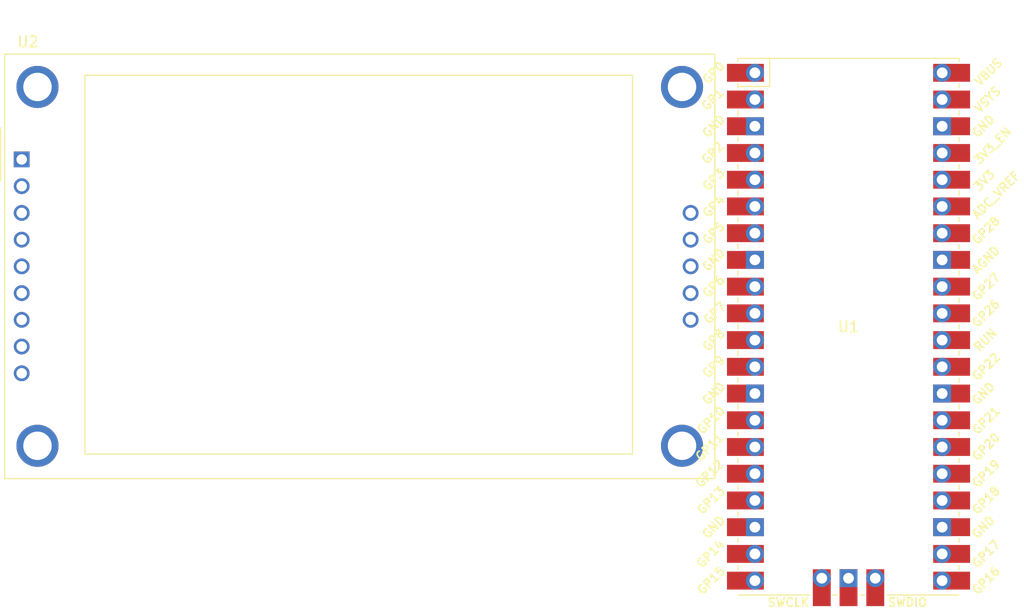
<source format=kicad_pcb>
(kicad_pcb (version 20171130) (host pcbnew 5.1.10)

  (general
    (thickness 1.6)
    (drawings 0)
    (tracks 0)
    (zones 0)
    (modules 2)
    (nets 44)
  )

  (page A4)
  (layers
    (0 F.Cu signal)
    (31 B.Cu signal)
    (32 B.Adhes user)
    (33 F.Adhes user)
    (34 B.Paste user)
    (35 F.Paste user)
    (36 B.SilkS user)
    (37 F.SilkS user)
    (38 B.Mask user)
    (39 F.Mask user)
    (40 Dwgs.User user)
    (41 Cmts.User user)
    (42 Eco1.User user)
    (43 Eco2.User user)
    (44 Edge.Cuts user)
    (45 Margin user)
    (46 B.CrtYd user)
    (47 F.CrtYd user)
    (48 B.Fab user)
    (49 F.Fab user)
  )

  (setup
    (last_trace_width 0.25)
    (trace_clearance 0.2)
    (zone_clearance 0.508)
    (zone_45_only no)
    (trace_min 0.2)
    (via_size 0.8)
    (via_drill 0.4)
    (via_min_size 0.4)
    (via_min_drill 0.3)
    (uvia_size 0.3)
    (uvia_drill 0.1)
    (uvias_allowed no)
    (uvia_min_size 0.2)
    (uvia_min_drill 0.1)
    (edge_width 0.05)
    (segment_width 0.2)
    (pcb_text_width 0.3)
    (pcb_text_size 1.5 1.5)
    (mod_edge_width 0.12)
    (mod_text_size 1 1)
    (mod_text_width 0.15)
    (pad_size 1.524 1.524)
    (pad_drill 0.762)
    (pad_to_mask_clearance 0)
    (aux_axis_origin 0 0)
    (visible_elements FFFFFF7F)
    (pcbplotparams
      (layerselection 0x010fc_ffffffff)
      (usegerberextensions false)
      (usegerberattributes true)
      (usegerberadvancedattributes true)
      (creategerberjobfile true)
      (excludeedgelayer true)
      (linewidth 0.100000)
      (plotframeref false)
      (viasonmask false)
      (mode 1)
      (useauxorigin false)
      (hpglpennumber 1)
      (hpglpenspeed 20)
      (hpglpendiameter 15.000000)
      (psnegative false)
      (psa4output false)
      (plotreference true)
      (plotvalue true)
      (plotinvisibletext false)
      (padsonsilk false)
      (subtractmaskfromsilk false)
      (outputformat 1)
      (mirror false)
      (drillshape 1)
      (scaleselection 1)
      (outputdirectory ""))
  )

  (net 0 "")
  (net 1 GND)
  (net 2 "Net-(U1-Pad43)")
  (net 3 "Net-(U1-Pad42)")
  (net 4 "Net-(U1-Pad41)")
  (net 5 "Net-(U1-Pad21)")
  (net 6 "Net-(U1-Pad26)")
  (net 7 "Net-(U1-Pad27)")
  (net 8 "Net-(U1-Pad28)")
  (net 9 "Net-(U1-Pad29)")
  (net 10 "Net-(U1-Pad30)")
  (net 11 "Net-(U1-Pad31)")
  (net 12 "Net-(U1-Pad32)")
  (net 13 "Net-(U1-Pad33)")
  (net 14 "Net-(U1-Pad34)")
  (net 15 "Net-(U1-Pad35)")
  (net 16 +3V3)
  (net 17 "Net-(U1-Pad37)")
  (net 18 "Net-(U1-Pad38)")
  (net 19 "Net-(U1-Pad39)")
  (net 20 "Net-(U1-Pad40)")
  (net 21 "Net-(U1-Pad18)")
  (net 22 "Net-(U1-Pad13)")
  (net 23 "Net-(U1-Pad10)")
  (net 24 "Net-(U1-Pad9)")
  (net 25 "Net-(U1-Pad8)")
  (net 26 "Net-(U1-Pad2)")
  (net 27 "Net-(U1-Pad1)")
  (net 28 /tft_led)
  (net 29 /tft_dc)
  (net 30 /tft_cs)
  (net 31 /spi1_miso)
  (net 32 /spi1_mosi)
  (net 33 /spi1_sck)
  (net 34 /touch_cs)
  (net 35 /touch_irq)
  (net 36 /sd_cs)
  (net 37 /spi0_miso)
  (net 38 /spi0_mosi)
  (net 39 /spi0_sck)
  (net 40 "Net-(U1-Pad3)")
  (net 41 "Net-(U1-Pad22)")
  (net 42 "Net-(U1-Pad24)")
  (net 43 "Net-(U1-Pad25)")

  (net_class Default "This is the default net class."
    (clearance 0.2)
    (trace_width 0.25)
    (via_dia 0.8)
    (via_drill 0.4)
    (uvia_dia 0.3)
    (uvia_drill 0.1)
    (add_net +3V3)
    (add_net /sd_cs)
    (add_net /spi0_miso)
    (add_net /spi0_mosi)
    (add_net /spi0_sck)
    (add_net /spi1_miso)
    (add_net /spi1_mosi)
    (add_net /spi1_sck)
    (add_net /tft_cs)
    (add_net /tft_dc)
    (add_net /tft_led)
    (add_net /touch_cs)
    (add_net /touch_irq)
    (add_net GND)
    (add_net "Net-(U1-Pad1)")
    (add_net "Net-(U1-Pad10)")
    (add_net "Net-(U1-Pad13)")
    (add_net "Net-(U1-Pad18)")
    (add_net "Net-(U1-Pad2)")
    (add_net "Net-(U1-Pad21)")
    (add_net "Net-(U1-Pad22)")
    (add_net "Net-(U1-Pad24)")
    (add_net "Net-(U1-Pad25)")
    (add_net "Net-(U1-Pad26)")
    (add_net "Net-(U1-Pad27)")
    (add_net "Net-(U1-Pad28)")
    (add_net "Net-(U1-Pad29)")
    (add_net "Net-(U1-Pad3)")
    (add_net "Net-(U1-Pad30)")
    (add_net "Net-(U1-Pad31)")
    (add_net "Net-(U1-Pad32)")
    (add_net "Net-(U1-Pad33)")
    (add_net "Net-(U1-Pad34)")
    (add_net "Net-(U1-Pad35)")
    (add_net "Net-(U1-Pad37)")
    (add_net "Net-(U1-Pad38)")
    (add_net "Net-(U1-Pad39)")
    (add_net "Net-(U1-Pad40)")
    (add_net "Net-(U1-Pad41)")
    (add_net "Net-(U1-Pad42)")
    (add_net "Net-(U1-Pad43)")
    (add_net "Net-(U1-Pad8)")
    (add_net "Net-(U1-Pad9)")
  )

  (module Display:CR2013-MI2120 (layer F.Cu) (tedit 5A02FE80) (tstamp 61C3FEE1)
    (at 91.670001 83.165)
    (descr "CR2013-MI2120 ILI9341 LCD Breakout http://pan.baidu.com/s/11Y990")
    (tags "CR2013-MI2120 ILI9341 LCD Breakout")
    (path /61C087BC)
    (fp_text reference U2 (at 0.59 -11.18) (layer F.SilkS)
      (effects (font (size 1 1) (thickness 0.15)))
    )
    (fp_text value "ILI9341 Breakout" (at 4.66 31.47) (layer F.Fab)
      (effects (font (size 1 1) (thickness 0.15)))
    )
    (fp_text user %R (at 31.58 9.55) (layer F.Fab)
      (effects (font (size 1 1) (thickness 0.15)))
    )
    (fp_line (start 6 -8) (end 58 -8) (layer F.SilkS) (width 0.12))
    (fp_line (start 58 -8) (end 58 28) (layer F.SilkS) (width 0.12))
    (fp_line (start 58 28) (end 6 28) (layer F.SilkS) (width 0.12))
    (fp_line (start 6 28) (end 6 -8) (layer F.SilkS) (width 0.12))
    (fp_line (start -1.5 1) (end -0.5 0) (layer F.Fab) (width 0.1))
    (fp_line (start -0.5 0) (end -1.5 -1) (layer F.Fab) (width 0.1))
    (fp_line (start -1.5 -1) (end -1.5 -9.89) (layer F.Fab) (width 0.1))
    (fp_line (start -2 -3) (end -2 2) (layer F.SilkS) (width 0.12))
    (fp_line (start -1.75 -10.14) (end 65.95 -10.14) (layer F.CrtYd) (width 0.05))
    (fp_line (start 65.95 -10.14) (end 65.95 30.46) (layer F.CrtYd) (width 0.05))
    (fp_line (start 65.95 30.46) (end -1.75 30.46) (layer F.CrtYd) (width 0.05))
    (fp_line (start -1.75 30.46) (end -1.75 -10.14) (layer F.CrtYd) (width 0.05))
    (fp_line (start -1.62 -10.01) (end 65.82 -10.01) (layer F.SilkS) (width 0.12))
    (fp_line (start 65.82 -10.01) (end 65.82 30.33) (layer F.SilkS) (width 0.12))
    (fp_line (start 65.82 30.33) (end -1.62 30.33) (layer F.SilkS) (width 0.12))
    (fp_line (start -1.62 30.33) (end -1.62 -10.01) (layer F.SilkS) (width 0.12))
    (fp_line (start -1.5 -9.89) (end 65.7 -9.89) (layer F.Fab) (width 0.1))
    (fp_line (start 65.7 -9.89) (end 65.7 30.21) (layer F.Fab) (width 0.1))
    (fp_line (start 65.7 30.21) (end -1.5 30.21) (layer F.Fab) (width 0.1))
    (fp_line (start -1.5 30.21) (end -1.5 1) (layer F.Fab) (width 0.1))
    (pad "" thru_hole circle (at 1.5 27.21) (size 4 4) (drill 2.7) (layers *.Cu *.Mask))
    (pad "" thru_hole circle (at 62.7 27.21) (size 4 4) (drill 2.7) (layers *.Cu *.Mask))
    (pad "" thru_hole circle (at 62.7 -6.89) (size 4 4) (drill 2.7) (layers *.Cu *.Mask))
    (pad "" thru_hole circle (at 1.5 -6.89) (size 4 4) (drill 2.7) (layers *.Cu *.Mask))
    (pad 14 thru_hole circle (at 63.52 15.24) (size 1.5 1.5) (drill 1) (layers *.Cu *.Mask)
      (net 35 /touch_irq))
    (pad 13 thru_hole circle (at 63.52 12.7) (size 1.5 1.5) (drill 1) (layers *.Cu *.Mask)
      (net 37 /spi0_miso))
    (pad 12 thru_hole circle (at 63.52 10.16) (size 1.5 1.5) (drill 1) (layers *.Cu *.Mask)
      (net 38 /spi0_mosi))
    (pad 11 thru_hole circle (at 63.52 7.62) (size 1.5 1.5) (drill 1) (layers *.Cu *.Mask)
      (net 34 /touch_cs))
    (pad 10 thru_hole circle (at 63.52 5.08) (size 1.5 1.5) (drill 1) (layers *.Cu *.Mask)
      (net 39 /spi0_sck))
    (pad 9 thru_hole circle (at 0 20.32) (size 1.5 1.5) (drill 1) (layers *.Cu *.Mask)
      (net 31 /spi1_miso))
    (pad 8 thru_hole circle (at 0 17.78) (size 1.5 1.5) (drill 1) (layers *.Cu *.Mask)
      (net 28 /tft_led))
    (pad 7 thru_hole circle (at 0 15.24) (size 1.5 1.5) (drill 1) (layers *.Cu *.Mask)
      (net 33 /spi1_sck))
    (pad 6 thru_hole circle (at 0 12.7) (size 1.5 1.5) (drill 1) (layers *.Cu *.Mask)
      (net 32 /spi1_mosi))
    (pad 5 thru_hole circle (at 0 10.16) (size 1.5 1.5) (drill 1) (layers *.Cu *.Mask)
      (net 29 /tft_dc))
    (pad 4 thru_hole circle (at 0 7.62) (size 1.5 1.5) (drill 1) (layers *.Cu *.Mask)
      (net 10 "Net-(U1-Pad30)"))
    (pad 3 thru_hole circle (at 0 5.08) (size 1.5 1.5) (drill 1) (layers *.Cu *.Mask)
      (net 30 /tft_cs))
    (pad 2 thru_hole circle (at 0 2.54) (size 1.5 1.5) (drill 1) (layers *.Cu *.Mask)
      (net 1 GND))
    (pad 1 thru_hole rect (at 0 0) (size 1.5 1.5) (drill 1) (layers *.Cu *.Mask)
      (net 16 +3V3))
    (model ${KISYS3DMOD}/Display.3dshapes/CR2013-MI2120.wrl
      (at (xyz 0 0 0))
      (scale (xyz 1 1 1))
      (rotate (xyz 0 0 0))
    )
  )

  (module RPi_Pico:RPi_Pico_SMD_TH (layer F.Cu) (tedit 61C05E40) (tstamp 61C3FEB6)
    (at 170.18 99.06)
    (descr "Through hole straight pin header, 2x20, 2.54mm pitch, double rows")
    (tags "Through hole pin header THT 2x20 2.54mm double row")
    (path /61C06024)
    (fp_text reference U1 (at 0 0) (layer F.SilkS)
      (effects (font (size 1 1) (thickness 0.15)))
    )
    (fp_text value Pico (at 0 2.159) (layer F.Fab)
      (effects (font (size 1 1) (thickness 0.15)))
    )
    (fp_text user "Copper Keepouts shown on Dwgs layer" (at 0.1 -30.2) (layer Cmts.User)
      (effects (font (size 1 1) (thickness 0.15)))
    )
    (fp_text user SWDIO (at 5.6 26.2) (layer F.SilkS)
      (effects (font (size 0.8 0.8) (thickness 0.15)))
    )
    (fp_text user SWCLK (at -5.7 26.2) (layer F.SilkS)
      (effects (font (size 0.8 0.8) (thickness 0.15)))
    )
    (fp_text user AGND (at 13.054 -6.35 45) (layer F.SilkS)
      (effects (font (size 0.8 0.8) (thickness 0.15)))
    )
    (fp_text user GND (at 12.8 -19.05 45) (layer F.SilkS)
      (effects (font (size 0.8 0.8) (thickness 0.15)))
    )
    (fp_text user GND (at 12.8 6.35 45) (layer F.SilkS)
      (effects (font (size 0.8 0.8) (thickness 0.15)))
    )
    (fp_text user GND (at 12.8 19.05 45) (layer F.SilkS)
      (effects (font (size 0.8 0.8) (thickness 0.15)))
    )
    (fp_text user GND (at -12.8 19.05 45) (layer F.SilkS)
      (effects (font (size 0.8 0.8) (thickness 0.15)))
    )
    (fp_text user GND (at -12.8 6.35 45) (layer F.SilkS)
      (effects (font (size 0.8 0.8) (thickness 0.15)))
    )
    (fp_text user GND (at -12.8 -6.35 45) (layer F.SilkS)
      (effects (font (size 0.8 0.8) (thickness 0.15)))
    )
    (fp_text user GND (at -12.8 -19.05 45) (layer F.SilkS)
      (effects (font (size 0.8 0.8) (thickness 0.15)))
    )
    (fp_text user VBUS (at 13.3 -24.2 45) (layer F.SilkS)
      (effects (font (size 0.8 0.8) (thickness 0.15)))
    )
    (fp_text user VSYS (at 13.2 -21.59 45) (layer F.SilkS)
      (effects (font (size 0.8 0.8) (thickness 0.15)))
    )
    (fp_text user 3V3_EN (at 13.7 -17.2 45) (layer F.SilkS)
      (effects (font (size 0.8 0.8) (thickness 0.15)))
    )
    (fp_text user 3V3 (at 12.9 -13.9 45) (layer F.SilkS)
      (effects (font (size 0.8 0.8) (thickness 0.15)))
    )
    (fp_text user ADC_VREF (at 14 -12.5 45) (layer F.SilkS)
      (effects (font (size 0.8 0.8) (thickness 0.15)))
    )
    (fp_text user GP28 (at 13.054 -9.144 45) (layer F.SilkS)
      (effects (font (size 0.8 0.8) (thickness 0.15)))
    )
    (fp_text user GP27 (at 13.054 -3.8 45) (layer F.SilkS)
      (effects (font (size 0.8 0.8) (thickness 0.15)))
    )
    (fp_text user GP26 (at 13.054 -1.27 45) (layer F.SilkS)
      (effects (font (size 0.8 0.8) (thickness 0.15)))
    )
    (fp_text user RUN (at 13 1.27 45) (layer F.SilkS)
      (effects (font (size 0.8 0.8) (thickness 0.15)))
    )
    (fp_text user GP22 (at 13.054 3.81 45) (layer F.SilkS)
      (effects (font (size 0.8 0.8) (thickness 0.15)))
    )
    (fp_text user GP21 (at 13.054 8.9 45) (layer F.SilkS)
      (effects (font (size 0.8 0.8) (thickness 0.15)))
    )
    (fp_text user GP20 (at 13.054 11.43 45) (layer F.SilkS)
      (effects (font (size 0.8 0.8) (thickness 0.15)))
    )
    (fp_text user GP19 (at 13.054 13.97 45) (layer F.SilkS)
      (effects (font (size 0.8 0.8) (thickness 0.15)))
    )
    (fp_text user GP18 (at 13.054 16.51 45) (layer F.SilkS)
      (effects (font (size 0.8 0.8) (thickness 0.15)))
    )
    (fp_text user GP17 (at 13.054 21.59 45) (layer F.SilkS)
      (effects (font (size 0.8 0.8) (thickness 0.15)))
    )
    (fp_text user GP16 (at 13.054 24.13 45) (layer F.SilkS)
      (effects (font (size 0.8 0.8) (thickness 0.15)))
    )
    (fp_text user GP15 (at -13.054 24.13 45) (layer F.SilkS)
      (effects (font (size 0.8 0.8) (thickness 0.15)))
    )
    (fp_text user GP14 (at -13.1 21.59 45) (layer F.SilkS)
      (effects (font (size 0.8 0.8) (thickness 0.15)))
    )
    (fp_text user GP13 (at -13.054 16.51 45) (layer F.SilkS)
      (effects (font (size 0.8 0.8) (thickness 0.15)))
    )
    (fp_text user GP12 (at -13.2 13.97 45) (layer F.SilkS)
      (effects (font (size 0.8 0.8) (thickness 0.15)))
    )
    (fp_text user GP11 (at -13.2 11.43 45) (layer F.SilkS)
      (effects (font (size 0.8 0.8) (thickness 0.15)))
    )
    (fp_text user GP10 (at -13.054 8.89 45) (layer F.SilkS)
      (effects (font (size 0.8 0.8) (thickness 0.15)))
    )
    (fp_text user GP9 (at -12.8 3.81 45) (layer F.SilkS)
      (effects (font (size 0.8 0.8) (thickness 0.15)))
    )
    (fp_text user GP8 (at -12.8 1.27 45) (layer F.SilkS)
      (effects (font (size 0.8 0.8) (thickness 0.15)))
    )
    (fp_text user GP7 (at -12.7 -1.3 45) (layer F.SilkS)
      (effects (font (size 0.8 0.8) (thickness 0.15)))
    )
    (fp_text user GP6 (at -12.8 -3.81 45) (layer F.SilkS)
      (effects (font (size 0.8 0.8) (thickness 0.15)))
    )
    (fp_text user GP5 (at -12.8 -8.89 45) (layer F.SilkS)
      (effects (font (size 0.8 0.8) (thickness 0.15)))
    )
    (fp_text user GP4 (at -12.8 -11.43 45) (layer F.SilkS)
      (effects (font (size 0.8 0.8) (thickness 0.15)))
    )
    (fp_text user GP3 (at -12.8 -13.97 45) (layer F.SilkS)
      (effects (font (size 0.8 0.8) (thickness 0.15)))
    )
    (fp_text user GP0 (at -12.8 -24.13 45) (layer F.SilkS)
      (effects (font (size 0.8 0.8) (thickness 0.15)))
    )
    (fp_text user GP2 (at -12.9 -16.51 45) (layer F.SilkS)
      (effects (font (size 0.8 0.8) (thickness 0.15)))
    )
    (fp_text user GP1 (at -12.9 -21.6 45) (layer F.SilkS)
      (effects (font (size 0.8 0.8) (thickness 0.15)))
    )
    (fp_text user %R (at 0 0 180) (layer F.Fab)
      (effects (font (size 1 1) (thickness 0.15)))
    )
    (fp_poly (pts (xy 3.7 -20.2) (xy -3.7 -20.2) (xy -3.7 -24.9) (xy 3.7 -24.9)) (layer Dwgs.User) (width 0.1))
    (fp_poly (pts (xy -1.5 -11.5) (xy -3.5 -11.5) (xy -3.5 -13.5) (xy -1.5 -13.5)) (layer Dwgs.User) (width 0.1))
    (fp_poly (pts (xy -1.5 -14) (xy -3.5 -14) (xy -3.5 -16) (xy -1.5 -16)) (layer Dwgs.User) (width 0.1))
    (fp_poly (pts (xy -1.5 -16.5) (xy -3.5 -16.5) (xy -3.5 -18.5) (xy -1.5 -18.5)) (layer Dwgs.User) (width 0.1))
    (fp_line (start -10.5 -25.5) (end 10.5 -25.5) (layer F.Fab) (width 0.12))
    (fp_line (start 10.5 -25.5) (end 10.5 25.5) (layer F.Fab) (width 0.12))
    (fp_line (start 10.5 25.5) (end -10.5 25.5) (layer F.Fab) (width 0.12))
    (fp_line (start -10.5 25.5) (end -10.5 -25.5) (layer F.Fab) (width 0.12))
    (fp_line (start -10.5 -24.2) (end -9.2 -25.5) (layer F.Fab) (width 0.12))
    (fp_line (start -11 -26) (end 11 -26) (layer F.CrtYd) (width 0.12))
    (fp_line (start 11 -26) (end 11 26) (layer F.CrtYd) (width 0.12))
    (fp_line (start 11 26) (end -11 26) (layer F.CrtYd) (width 0.12))
    (fp_line (start -11 26) (end -11 -26) (layer F.CrtYd) (width 0.12))
    (fp_line (start -10.5 -25.5) (end 10.5 -25.5) (layer F.SilkS) (width 0.12))
    (fp_line (start -3.7 25.5) (end -10.5 25.5) (layer F.SilkS) (width 0.12))
    (fp_line (start -10.5 -22.833) (end -7.493 -22.833) (layer F.SilkS) (width 0.12))
    (fp_line (start -7.493 -22.833) (end -7.493 -25.5) (layer F.SilkS) (width 0.12))
    (fp_line (start -10.5 -25.5) (end -10.5 -25.2) (layer F.SilkS) (width 0.12))
    (fp_line (start -10.5 -23.1) (end -10.5 -22.7) (layer F.SilkS) (width 0.12))
    (fp_line (start -10.5 -20.5) (end -10.5 -20.1) (layer F.SilkS) (width 0.12))
    (fp_line (start -10.5 -18) (end -10.5 -17.6) (layer F.SilkS) (width 0.12))
    (fp_line (start -10.5 -15.4) (end -10.5 -15) (layer F.SilkS) (width 0.12))
    (fp_line (start -10.5 -12.9) (end -10.5 -12.5) (layer F.SilkS) (width 0.12))
    (fp_line (start -10.5 -10.4) (end -10.5 -10) (layer F.SilkS) (width 0.12))
    (fp_line (start -10.5 -7.8) (end -10.5 -7.4) (layer F.SilkS) (width 0.12))
    (fp_line (start -10.5 -5.3) (end -10.5 -4.9) (layer F.SilkS) (width 0.12))
    (fp_line (start -10.5 -2.7) (end -10.5 -2.3) (layer F.SilkS) (width 0.12))
    (fp_line (start -10.5 -0.2) (end -10.5 0.2) (layer F.SilkS) (width 0.12))
    (fp_line (start -10.5 2.3) (end -10.5 2.7) (layer F.SilkS) (width 0.12))
    (fp_line (start -10.5 4.9) (end -10.5 5.3) (layer F.SilkS) (width 0.12))
    (fp_line (start -10.5 7.4) (end -10.5 7.8) (layer F.SilkS) (width 0.12))
    (fp_line (start -10.5 10) (end -10.5 10.4) (layer F.SilkS) (width 0.12))
    (fp_line (start -10.5 12.5) (end -10.5 12.9) (layer F.SilkS) (width 0.12))
    (fp_line (start -10.5 15.1) (end -10.5 15.5) (layer F.SilkS) (width 0.12))
    (fp_line (start -10.5 17.6) (end -10.5 18) (layer F.SilkS) (width 0.12))
    (fp_line (start -10.5 20.1) (end -10.5 20.5) (layer F.SilkS) (width 0.12))
    (fp_line (start -10.5 22.7) (end -10.5 23.1) (layer F.SilkS) (width 0.12))
    (fp_line (start 10.5 -10.4) (end 10.5 -10) (layer F.SilkS) (width 0.12))
    (fp_line (start 10.5 -5.3) (end 10.5 -4.9) (layer F.SilkS) (width 0.12))
    (fp_line (start 10.5 2.3) (end 10.5 2.7) (layer F.SilkS) (width 0.12))
    (fp_line (start 10.5 10) (end 10.5 10.4) (layer F.SilkS) (width 0.12))
    (fp_line (start 10.5 -20.5) (end 10.5 -20.1) (layer F.SilkS) (width 0.12))
    (fp_line (start 10.5 -23.1) (end 10.5 -22.7) (layer F.SilkS) (width 0.12))
    (fp_line (start 10.5 -15.4) (end 10.5 -15) (layer F.SilkS) (width 0.12))
    (fp_line (start 10.5 17.6) (end 10.5 18) (layer F.SilkS) (width 0.12))
    (fp_line (start 10.5 22.7) (end 10.5 23.1) (layer F.SilkS) (width 0.12))
    (fp_line (start 10.5 20.1) (end 10.5 20.5) (layer F.SilkS) (width 0.12))
    (fp_line (start 10.5 4.9) (end 10.5 5.3) (layer F.SilkS) (width 0.12))
    (fp_line (start 10.5 -0.2) (end 10.5 0.2) (layer F.SilkS) (width 0.12))
    (fp_line (start 10.5 -12.9) (end 10.5 -12.5) (layer F.SilkS) (width 0.12))
    (fp_line (start 10.5 -7.8) (end 10.5 -7.4) (layer F.SilkS) (width 0.12))
    (fp_line (start 10.5 12.5) (end 10.5 12.9) (layer F.SilkS) (width 0.12))
    (fp_line (start 10.5 -2.7) (end 10.5 -2.3) (layer F.SilkS) (width 0.12))
    (fp_line (start 10.5 -25.5) (end 10.5 -25.2) (layer F.SilkS) (width 0.12))
    (fp_line (start 10.5 -18) (end 10.5 -17.6) (layer F.SilkS) (width 0.12))
    (fp_line (start 10.5 7.4) (end 10.5 7.8) (layer F.SilkS) (width 0.12))
    (fp_line (start 10.5 15.1) (end 10.5 15.5) (layer F.SilkS) (width 0.12))
    (fp_line (start 10.5 25.5) (end 3.7 25.5) (layer F.SilkS) (width 0.12))
    (fp_line (start -1.5 25.5) (end -1.1 25.5) (layer F.SilkS) (width 0.12))
    (fp_line (start 1.1 25.5) (end 1.5 25.5) (layer F.SilkS) (width 0.12))
    (pad 43 thru_hole oval (at 2.54 23.9) (size 1.7 1.7) (drill 1.02) (layers *.Cu *.Mask)
      (net 2 "Net-(U1-Pad43)"))
    (pad 43 smd rect (at 2.54 23.9 90) (size 3.5 1.7) (drill (offset -0.9 0)) (layers F.Cu F.Mask)
      (net 2 "Net-(U1-Pad43)"))
    (pad 42 thru_hole rect (at 0 23.9) (size 1.7 1.7) (drill 1.02) (layers *.Cu *.Mask)
      (net 3 "Net-(U1-Pad42)"))
    (pad 42 smd rect (at 0 23.9 90) (size 3.5 1.7) (drill (offset -0.9 0)) (layers F.Cu F.Mask)
      (net 3 "Net-(U1-Pad42)"))
    (pad 41 thru_hole oval (at -2.54 23.9) (size 1.7 1.7) (drill 1.02) (layers *.Cu *.Mask)
      (net 4 "Net-(U1-Pad41)"))
    (pad 41 smd rect (at -2.54 23.9 90) (size 3.5 1.7) (drill (offset -0.9 0)) (layers F.Cu F.Mask)
      (net 4 "Net-(U1-Pad41)"))
    (pad "" np_thru_hole oval (at 2.425 -20.97) (size 1.5 1.5) (drill 1.5) (layers *.Cu *.Mask))
    (pad "" np_thru_hole oval (at -2.425 -20.97) (size 1.5 1.5) (drill 1.5) (layers *.Cu *.Mask))
    (pad "" np_thru_hole oval (at 2.725 -24) (size 1.8 1.8) (drill 1.8) (layers *.Cu *.Mask))
    (pad "" np_thru_hole oval (at -2.725 -24) (size 1.8 1.8) (drill 1.8) (layers *.Cu *.Mask))
    (pad 21 smd rect (at 8.89 24.13) (size 3.5 1.7) (drill (offset 0.9 0)) (layers F.Cu F.Mask)
      (net 5 "Net-(U1-Pad21)"))
    (pad 22 smd rect (at 8.89 21.59) (size 3.5 1.7) (drill (offset 0.9 0)) (layers F.Cu F.Mask)
      (net 41 "Net-(U1-Pad22)"))
    (pad 23 smd rect (at 8.89 19.05) (size 3.5 1.7) (drill (offset 0.9 0)) (layers F.Cu F.Mask)
      (net 1 GND))
    (pad 24 smd rect (at 8.89 16.51) (size 3.5 1.7) (drill (offset 0.9 0)) (layers F.Cu F.Mask)
      (net 42 "Net-(U1-Pad24)"))
    (pad 25 smd rect (at 8.89 13.97) (size 3.5 1.7) (drill (offset 0.9 0)) (layers F.Cu F.Mask)
      (net 43 "Net-(U1-Pad25)"))
    (pad 26 smd rect (at 8.89 11.43) (size 3.5 1.7) (drill (offset 0.9 0)) (layers F.Cu F.Mask)
      (net 6 "Net-(U1-Pad26)"))
    (pad 27 smd rect (at 8.89 8.89) (size 3.5 1.7) (drill (offset 0.9 0)) (layers F.Cu F.Mask)
      (net 7 "Net-(U1-Pad27)"))
    (pad 28 smd rect (at 8.89 6.35) (size 3.5 1.7) (drill (offset 0.9 0)) (layers F.Cu F.Mask)
      (net 8 "Net-(U1-Pad28)"))
    (pad 29 smd rect (at 8.89 3.81) (size 3.5 1.7) (drill (offset 0.9 0)) (layers F.Cu F.Mask)
      (net 9 "Net-(U1-Pad29)"))
    (pad 30 smd rect (at 8.89 1.27) (size 3.5 1.7) (drill (offset 0.9 0)) (layers F.Cu F.Mask)
      (net 10 "Net-(U1-Pad30)"))
    (pad 31 smd rect (at 8.89 -1.27) (size 3.5 1.7) (drill (offset 0.9 0)) (layers F.Cu F.Mask)
      (net 11 "Net-(U1-Pad31)"))
    (pad 32 smd rect (at 8.89 -3.81) (size 3.5 1.7) (drill (offset 0.9 0)) (layers F.Cu F.Mask)
      (net 12 "Net-(U1-Pad32)"))
    (pad 33 smd rect (at 8.89 -6.35) (size 3.5 1.7) (drill (offset 0.9 0)) (layers F.Cu F.Mask)
      (net 13 "Net-(U1-Pad33)"))
    (pad 34 smd rect (at 8.89 -8.89) (size 3.5 1.7) (drill (offset 0.9 0)) (layers F.Cu F.Mask)
      (net 14 "Net-(U1-Pad34)"))
    (pad 35 smd rect (at 8.89 -11.43) (size 3.5 1.7) (drill (offset 0.9 0)) (layers F.Cu F.Mask)
      (net 15 "Net-(U1-Pad35)"))
    (pad 36 smd rect (at 8.89 -13.97) (size 3.5 1.7) (drill (offset 0.9 0)) (layers F.Cu F.Mask)
      (net 16 +3V3))
    (pad 37 smd rect (at 8.89 -16.51) (size 3.5 1.7) (drill (offset 0.9 0)) (layers F.Cu F.Mask)
      (net 17 "Net-(U1-Pad37)"))
    (pad 38 smd rect (at 8.89 -19.05) (size 3.5 1.7) (drill (offset 0.9 0)) (layers F.Cu F.Mask)
      (net 18 "Net-(U1-Pad38)"))
    (pad 39 smd rect (at 8.89 -21.59) (size 3.5 1.7) (drill (offset 0.9 0)) (layers F.Cu F.Mask)
      (net 19 "Net-(U1-Pad39)"))
    (pad 40 smd rect (at 8.89 -24.13) (size 3.5 1.7) (drill (offset 0.9 0)) (layers F.Cu F.Mask)
      (net 20 "Net-(U1-Pad40)"))
    (pad 20 smd rect (at -8.89 24.13) (size 3.5 1.7) (drill (offset -0.9 0)) (layers F.Cu F.Mask)
      (net 28 /tft_led))
    (pad 19 smd rect (at -8.89 21.59) (size 3.5 1.7) (drill (offset -0.9 0)) (layers F.Cu F.Mask)
      (net 29 /tft_dc))
    (pad 18 smd rect (at -8.89 19.05) (size 3.5 1.7) (drill (offset -0.9 0)) (layers F.Cu F.Mask)
      (net 21 "Net-(U1-Pad18)"))
    (pad 17 smd rect (at -8.89 16.51) (size 3.5 1.7) (drill (offset -0.9 0)) (layers F.Cu F.Mask)
      (net 30 /tft_cs))
    (pad 16 smd rect (at -8.89 13.97) (size 3.5 1.7) (drill (offset -0.9 0)) (layers F.Cu F.Mask)
      (net 31 /spi1_miso))
    (pad 15 smd rect (at -8.89 11.43) (size 3.5 1.7) (drill (offset -0.9 0)) (layers F.Cu F.Mask)
      (net 32 /spi1_mosi))
    (pad 14 smd rect (at -8.89 8.89) (size 3.5 1.7) (drill (offset -0.9 0)) (layers F.Cu F.Mask)
      (net 33 /spi1_sck))
    (pad 13 smd rect (at -8.89 6.35) (size 3.5 1.7) (drill (offset -0.9 0)) (layers F.Cu F.Mask)
      (net 22 "Net-(U1-Pad13)"))
    (pad 12 smd rect (at -8.89 3.81) (size 3.5 1.7) (drill (offset -0.9 0)) (layers F.Cu F.Mask)
      (net 34 /touch_cs))
    (pad 11 smd rect (at -8.89 1.27) (size 3.5 1.7) (drill (offset -0.9 0)) (layers F.Cu F.Mask)
      (net 35 /touch_irq))
    (pad 10 smd rect (at -8.89 -1.27) (size 3.5 1.7) (drill (offset -0.9 0)) (layers F.Cu F.Mask)
      (net 23 "Net-(U1-Pad10)"))
    (pad 9 smd rect (at -8.89 -3.81) (size 3.5 1.7) (drill (offset -0.9 0)) (layers F.Cu F.Mask)
      (net 24 "Net-(U1-Pad9)"))
    (pad 8 smd rect (at -8.89 -6.35) (size 3.5 1.7) (drill (offset -0.9 0)) (layers F.Cu F.Mask)
      (net 25 "Net-(U1-Pad8)"))
    (pad 7 smd rect (at -8.89 -8.89) (size 3.5 1.7) (drill (offset -0.9 0)) (layers F.Cu F.Mask)
      (net 36 /sd_cs))
    (pad 6 smd rect (at -8.89 -11.43) (size 3.5 1.7) (drill (offset -0.9 0)) (layers F.Cu F.Mask)
      (net 37 /spi0_miso))
    (pad 5 smd rect (at -8.89 -13.97) (size 3.5 1.7) (drill (offset -0.9 0)) (layers F.Cu F.Mask)
      (net 38 /spi0_mosi))
    (pad 4 smd rect (at -8.89 -16.51) (size 3.5 1.7) (drill (offset -0.9 0)) (layers F.Cu F.Mask)
      (net 39 /spi0_sck))
    (pad 3 smd rect (at -8.89 -19.05) (size 3.5 1.7) (drill (offset -0.9 0)) (layers F.Cu F.Mask)
      (net 40 "Net-(U1-Pad3)"))
    (pad 2 smd rect (at -8.89 -21.59) (size 3.5 1.7) (drill (offset -0.9 0)) (layers F.Cu F.Mask)
      (net 26 "Net-(U1-Pad2)"))
    (pad 1 smd rect (at -8.89 -24.13) (size 3.5 1.7) (drill (offset -0.9 0)) (layers F.Cu F.Mask)
      (net 27 "Net-(U1-Pad1)"))
    (pad 40 thru_hole oval (at 8.89 -24.13) (size 1.7 1.7) (drill 1.02) (layers *.Cu *.Mask)
      (net 20 "Net-(U1-Pad40)"))
    (pad 39 thru_hole oval (at 8.89 -21.59) (size 1.7 1.7) (drill 1.02) (layers *.Cu *.Mask)
      (net 19 "Net-(U1-Pad39)"))
    (pad 38 thru_hole rect (at 8.89 -19.05) (size 1.7 1.7) (drill 1.02) (layers *.Cu *.Mask)
      (net 18 "Net-(U1-Pad38)"))
    (pad 37 thru_hole oval (at 8.89 -16.51) (size 1.7 1.7) (drill 1.02) (layers *.Cu *.Mask)
      (net 17 "Net-(U1-Pad37)"))
    (pad 36 thru_hole oval (at 8.89 -13.97) (size 1.7 1.7) (drill 1.02) (layers *.Cu *.Mask)
      (net 16 +3V3))
    (pad 35 thru_hole oval (at 8.89 -11.43) (size 1.7 1.7) (drill 1.02) (layers *.Cu *.Mask)
      (net 15 "Net-(U1-Pad35)"))
    (pad 34 thru_hole oval (at 8.89 -8.89) (size 1.7 1.7) (drill 1.02) (layers *.Cu *.Mask)
      (net 14 "Net-(U1-Pad34)"))
    (pad 33 thru_hole rect (at 8.89 -6.35) (size 1.7 1.7) (drill 1.02) (layers *.Cu *.Mask)
      (net 13 "Net-(U1-Pad33)"))
    (pad 32 thru_hole oval (at 8.89 -3.81) (size 1.7 1.7) (drill 1.02) (layers *.Cu *.Mask)
      (net 12 "Net-(U1-Pad32)"))
    (pad 31 thru_hole oval (at 8.89 -1.27) (size 1.7 1.7) (drill 1.02) (layers *.Cu *.Mask)
      (net 11 "Net-(U1-Pad31)"))
    (pad 30 thru_hole oval (at 8.89 1.27) (size 1.7 1.7) (drill 1.02) (layers *.Cu *.Mask)
      (net 10 "Net-(U1-Pad30)"))
    (pad 29 thru_hole oval (at 8.89 3.81) (size 1.7 1.7) (drill 1.02) (layers *.Cu *.Mask)
      (net 9 "Net-(U1-Pad29)"))
    (pad 28 thru_hole rect (at 8.89 6.35) (size 1.7 1.7) (drill 1.02) (layers *.Cu *.Mask)
      (net 8 "Net-(U1-Pad28)"))
    (pad 27 thru_hole oval (at 8.89 8.89) (size 1.7 1.7) (drill 1.02) (layers *.Cu *.Mask)
      (net 7 "Net-(U1-Pad27)"))
    (pad 26 thru_hole oval (at 8.89 11.43) (size 1.7 1.7) (drill 1.02) (layers *.Cu *.Mask)
      (net 6 "Net-(U1-Pad26)"))
    (pad 25 thru_hole oval (at 8.89 13.97) (size 1.7 1.7) (drill 1.02) (layers *.Cu *.Mask)
      (net 43 "Net-(U1-Pad25)"))
    (pad 24 thru_hole oval (at 8.89 16.51) (size 1.7 1.7) (drill 1.02) (layers *.Cu *.Mask)
      (net 42 "Net-(U1-Pad24)"))
    (pad 23 thru_hole rect (at 8.89 19.05) (size 1.7 1.7) (drill 1.02) (layers *.Cu *.Mask)
      (net 1 GND))
    (pad 22 thru_hole oval (at 8.89 21.59) (size 1.7 1.7) (drill 1.02) (layers *.Cu *.Mask)
      (net 41 "Net-(U1-Pad22)"))
    (pad 21 thru_hole oval (at 8.89 24.13) (size 1.7 1.7) (drill 1.02) (layers *.Cu *.Mask)
      (net 5 "Net-(U1-Pad21)"))
    (pad 20 thru_hole oval (at -8.89 24.13) (size 1.7 1.7) (drill 1.02) (layers *.Cu *.Mask)
      (net 28 /tft_led))
    (pad 19 thru_hole oval (at -8.89 21.59) (size 1.7 1.7) (drill 1.02) (layers *.Cu *.Mask)
      (net 29 /tft_dc))
    (pad 18 thru_hole rect (at -8.89 19.05) (size 1.7 1.7) (drill 1.02) (layers *.Cu *.Mask)
      (net 21 "Net-(U1-Pad18)"))
    (pad 17 thru_hole oval (at -8.89 16.51) (size 1.7 1.7) (drill 1.02) (layers *.Cu *.Mask)
      (net 30 /tft_cs))
    (pad 16 thru_hole oval (at -8.89 13.97) (size 1.7 1.7) (drill 1.02) (layers *.Cu *.Mask)
      (net 31 /spi1_miso))
    (pad 15 thru_hole oval (at -8.89 11.43) (size 1.7 1.7) (drill 1.02) (layers *.Cu *.Mask)
      (net 32 /spi1_mosi))
    (pad 14 thru_hole oval (at -8.89 8.89) (size 1.7 1.7) (drill 1.02) (layers *.Cu *.Mask)
      (net 33 /spi1_sck))
    (pad 13 thru_hole rect (at -8.89 6.35) (size 1.7 1.7) (drill 1.02) (layers *.Cu *.Mask)
      (net 22 "Net-(U1-Pad13)"))
    (pad 12 thru_hole oval (at -8.89 3.81) (size 1.7 1.7) (drill 1.02) (layers *.Cu *.Mask)
      (net 34 /touch_cs))
    (pad 11 thru_hole oval (at -8.89 1.27) (size 1.7 1.7) (drill 1.02) (layers *.Cu *.Mask)
      (net 35 /touch_irq))
    (pad 10 thru_hole oval (at -8.89 -1.27) (size 1.7 1.7) (drill 1.02) (layers *.Cu *.Mask)
      (net 23 "Net-(U1-Pad10)"))
    (pad 9 thru_hole oval (at -8.89 -3.81) (size 1.7 1.7) (drill 1.02) (layers *.Cu *.Mask)
      (net 24 "Net-(U1-Pad9)"))
    (pad 8 thru_hole rect (at -8.89 -6.35) (size 1.7 1.7) (drill 1.02) (layers *.Cu *.Mask)
      (net 25 "Net-(U1-Pad8)"))
    (pad 7 thru_hole oval (at -8.89 -8.89) (size 1.7 1.7) (drill 1.02) (layers *.Cu *.Mask)
      (net 36 /sd_cs))
    (pad 6 thru_hole oval (at -8.89 -11.43) (size 1.7 1.7) (drill 1.02) (layers *.Cu *.Mask)
      (net 37 /spi0_miso))
    (pad 5 thru_hole oval (at -8.89 -13.97) (size 1.7 1.7) (drill 1.02) (layers *.Cu *.Mask)
      (net 38 /spi0_mosi))
    (pad 4 thru_hole oval (at -8.89 -16.51) (size 1.7 1.7) (drill 1.02) (layers *.Cu *.Mask)
      (net 39 /spi0_sck))
    (pad 3 thru_hole rect (at -8.89 -19.05) (size 1.7 1.7) (drill 1.02) (layers *.Cu *.Mask)
      (net 40 "Net-(U1-Pad3)"))
    (pad 2 thru_hole oval (at -8.89 -21.59) (size 1.7 1.7) (drill 1.02) (layers *.Cu *.Mask)
      (net 26 "Net-(U1-Pad2)"))
    (pad 1 thru_hole oval (at -8.89 -24.13) (size 1.7 1.7) (drill 1.02) (layers *.Cu *.Mask)
      (net 27 "Net-(U1-Pad1)"))
    (model "/home/deadman/kicad/RP-Pico Libraries/Pico.wrl"
      (at (xyz 0 0 0))
      (scale (xyz 1 1 1))
      (rotate (xyz 0 0 0))
    )
  )

)

</source>
